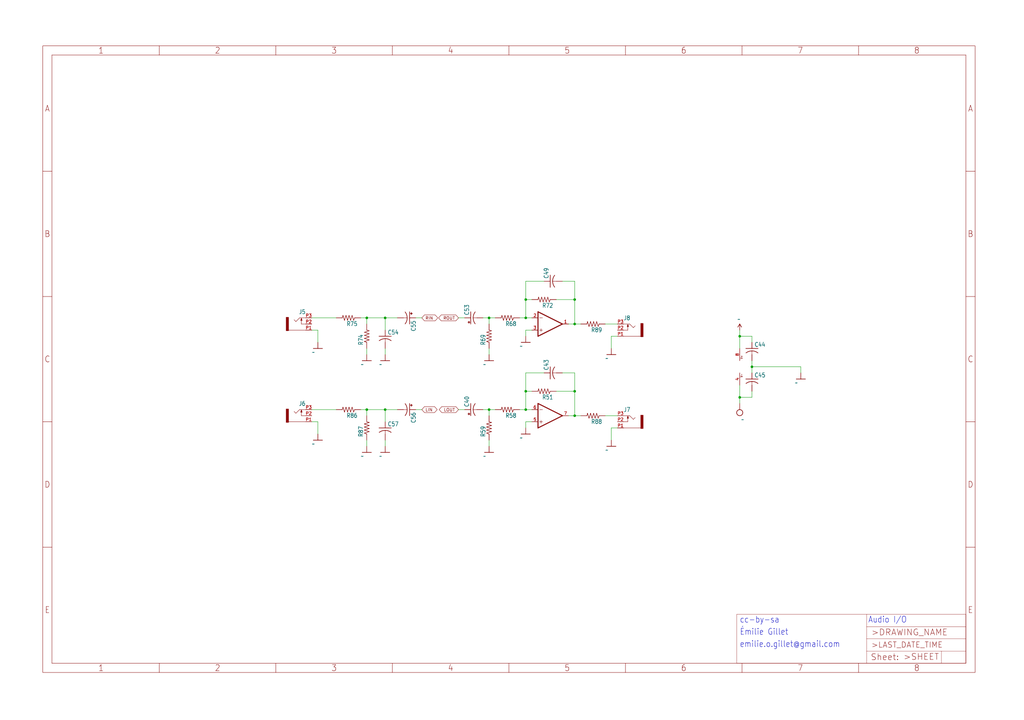
<source format=kicad_sch>
(kicad_sch (version 20211123) (generator eeschema)
  (paper "User" 425.45 299.161)
  (lib_symbols
    (symbol "elements_v02-eagle-import:A3L-LOC"
      (symbol "A3L-LOC_0_0"
        (polyline (pts (xy 0 52.07) (xy 3.81 52.07)))
        (polyline (pts (xy 0 104.14) (xy 3.81 104.14)))
        (polyline (pts (xy 0 156.21) (xy 3.81 156.21)))
        (polyline (pts (xy 0 208.28) (xy 3.81 208.28)))
        (polyline (pts (xy 3.81 3.81) (xy 3.81 256.54)))
        (polyline (pts (xy 48.4188 0) (xy 48.4188 3.81)))
        (polyline (pts (xy 48.4188 256.54) (xy 48.4188 260.35)))
        (polyline (pts (xy 96.8375 0) (xy 96.8375 3.81)))
        (polyline (pts (xy 96.8375 256.54) (xy 96.8375 260.35)))
        (polyline (pts (xy 145.2563 0) (xy 145.2563 3.81)))
        (polyline (pts (xy 145.2563 256.54) (xy 145.2563 260.35)))
        (polyline (pts (xy 193.675 0) (xy 193.675 3.81)))
        (polyline (pts (xy 193.675 256.54) (xy 193.675 260.35)))
        (polyline (pts (xy 242.0938 0) (xy 242.0938 3.81)))
        (polyline (pts (xy 242.0938 256.54) (xy 242.0938 260.35)))
        (polyline (pts (xy 290.5125 0) (xy 290.5125 3.81)))
        (polyline (pts (xy 290.5125 256.54) (xy 290.5125 260.35)))
        (polyline (pts (xy 338.9313 0) (xy 338.9313 3.81)))
        (polyline (pts (xy 338.9313 256.54) (xy 338.9313 260.35)))
        (polyline (pts (xy 383.54 3.81) (xy 3.81 3.81)))
        (polyline (pts (xy 383.54 3.81) (xy 383.54 256.54)))
        (polyline (pts (xy 383.54 52.07) (xy 387.35 52.07)))
        (polyline (pts (xy 383.54 104.14) (xy 387.35 104.14)))
        (polyline (pts (xy 383.54 156.21) (xy 387.35 156.21)))
        (polyline (pts (xy 383.54 208.28) (xy 387.35 208.28)))
        (polyline (pts (xy 383.54 256.54) (xy 3.81 256.54)))
        (polyline (pts (xy 0 0) (xy 387.35 0) (xy 387.35 260.35) (xy 0 260.35) (xy 0 0)))
        (text "1" (at 24.2094 1.905 0) (effects (font (size 2.54 2.286))))
        (text "1" (at 24.2094 258.445 0) (effects (font (size 2.54 2.286))))
        (text "2" (at 72.6281 1.905 0) (effects (font (size 2.54 2.286))))
        (text "2" (at 72.6281 258.445 0) (effects (font (size 2.54 2.286))))
        (text "3" (at 121.0469 1.905 0) (effects (font (size 2.54 2.286))))
        (text "3" (at 121.0469 258.445 0) (effects (font (size 2.54 2.286))))
        (text "4" (at 169.4656 1.905 0) (effects (font (size 2.54 2.286))))
        (text "4" (at 169.4656 258.445 0) (effects (font (size 2.54 2.286))))
        (text "5" (at 217.8844 1.905 0) (effects (font (size 2.54 2.286))))
        (text "5" (at 217.8844 258.445 0) (effects (font (size 2.54 2.286))))
        (text "6" (at 266.3031 1.905 0) (effects (font (size 2.54 2.286))))
        (text "6" (at 266.3031 258.445 0) (effects (font (size 2.54 2.286))))
        (text "7" (at 314.7219 1.905 0) (effects (font (size 2.54 2.286))))
        (text "7" (at 314.7219 258.445 0) (effects (font (size 2.54 2.286))))
        (text "8" (at 363.1406 1.905 0) (effects (font (size 2.54 2.286))))
        (text "8" (at 363.1406 258.445 0) (effects (font (size 2.54 2.286))))
        (text "A" (at 1.905 234.315 0) (effects (font (size 2.54 2.286))))
        (text "A" (at 385.445 234.315 0) (effects (font (size 2.54 2.286))))
        (text "B" (at 1.905 182.245 0) (effects (font (size 2.54 2.286))))
        (text "B" (at 385.445 182.245 0) (effects (font (size 2.54 2.286))))
        (text "C" (at 1.905 130.175 0) (effects (font (size 2.54 2.286))))
        (text "C" (at 385.445 130.175 0) (effects (font (size 2.54 2.286))))
        (text "D" (at 1.905 78.105 0) (effects (font (size 2.54 2.286))))
        (text "D" (at 385.445 78.105 0) (effects (font (size 2.54 2.286))))
        (text "E" (at 1.905 26.035 0) (effects (font (size 2.54 2.286))))
        (text "E" (at 385.445 26.035 0) (effects (font (size 2.54 2.286))))
      )
      (symbol "A3L-LOC_1_0"
        (polyline (pts (xy 288.29 3.81) (xy 288.29 24.13)) (stroke (width 0.1016)))
        (polyline (pts (xy 288.29 3.81) (xy 342.265 3.81)) (stroke (width 0.1016)))
        (polyline (pts (xy 288.29 24.13) (xy 342.265 24.13)) (stroke (width 0.1016)))
        (polyline (pts (xy 342.265 3.81) (xy 373.38 3.81)) (stroke (width 0.1016)))
        (polyline (pts (xy 342.265 8.89) (xy 342.265 3.81)) (stroke (width 0.1016)))
        (polyline (pts (xy 342.265 8.89) (xy 342.265 13.97)) (stroke (width 0.1016)))
        (polyline (pts (xy 342.265 13.97) (xy 342.265 19.05)) (stroke (width 0.1016)))
        (polyline (pts (xy 342.265 13.97) (xy 383.54 13.97)) (stroke (width 0.1016)))
        (polyline (pts (xy 342.265 19.05) (xy 342.265 24.13)) (stroke (width 0.1016)))
        (polyline (pts (xy 342.265 19.05) (xy 383.54 19.05)) (stroke (width 0.1016)))
        (polyline (pts (xy 342.265 24.13) (xy 383.54 24.13)) (stroke (width 0.1016)))
        (polyline (pts (xy 373.38 3.81) (xy 373.38 8.89)) (stroke (width 0.1016)))
        (polyline (pts (xy 373.38 3.81) (xy 383.54 3.81)) (stroke (width 0.1016)))
        (polyline (pts (xy 373.38 8.89) (xy 342.265 8.89)) (stroke (width 0.1016)))
        (polyline (pts (xy 373.38 8.89) (xy 383.54 8.89)) (stroke (width 0.1016)))
        (polyline (pts (xy 383.54 3.81) (xy 383.54 8.89)) (stroke (width 0.1016)))
        (polyline (pts (xy 383.54 8.89) (xy 383.54 13.97)) (stroke (width 0.1016)))
        (polyline (pts (xy 383.54 13.97) (xy 383.54 19.05)) (stroke (width 0.1016)))
        (polyline (pts (xy 383.54 19.05) (xy 383.54 24.13)) (stroke (width 0.1016)))
        (text ">DRAWING_NAME" (at 344.17 15.24 0) (effects (font (size 2.54 2.54)) (justify left bottom)))
        (text ">LAST_DATE_TIME" (at 344.17 10.16 0) (effects (font (size 2.286 2.286)) (justify left bottom)))
        (text ">SHEET" (at 357.505 5.08 0) (effects (font (size 2.54 2.54)) (justify left bottom)))
        (text "Sheet:" (at 343.916 4.953 0) (effects (font (size 2.54 2.54)) (justify left bottom)))
      )
    )
    (symbol "elements_v02-eagle-import:C-USC0603"
      (property "Reference" "C" (at 1.016 0.635 0))
      (property "Value" "C-USC0603" (at 1.016 -4.191 0))
      (symbol "C-USC0603_1_0"
        (arc (start 0 -1.0161) (mid -1.302 -1.2303) (end -2.4668 -1.8504) (stroke (width 0.254)))
        (polyline (pts (xy -2.54 0) (xy 2.54 0)) (stroke (width 0.254)))
        (polyline (pts (xy 0 -1.016) (xy 0 -2.54)) (stroke (width 0.1524)))
        (arc (start 2.4892 -1.8542) (mid 1.3158 -1.2195) (end 0 -1) (stroke (width 0.254)))
        (pin passive line (at 0 2.54 270) (length 2.54) (name "1") (number "1"))
        (pin passive line (at 0 -5.08 90) (length 2.54) (name "2") (number "2"))
      )
    )
    (symbol "elements_v02-eagle-import:CPOL-USB"
      (property "Reference" "C" (at 1.016 0.635 0))
      (property "Value" "CPOL-USB" (at 1.016 -4.191 0))
      (symbol "CPOL-USB_1_0"
        (rectangle (start -2.253 0.668) (end -1.364 0.795) (fill (type outline)))
        (rectangle (start -1.872 0.287) (end -1.745 1.176) (fill (type outline)))
        (arc (start 0 -1.0161) (mid -1.3021 -1.2302) (end -2.4669 -1.8504) (stroke (width 0.254)))
        (polyline (pts (xy -2.54 0) (xy 2.54 0)) (stroke (width 0.254)))
        (polyline (pts (xy 0 -1.016) (xy 0 -2.54)) (stroke (width 0.1524)))
        (arc (start 2.4892 -1.8542) (mid 1.3158 -1.2195) (end 0 -1) (stroke (width 0.254)))
        (pin passive line (at 0 2.54 270) (length 2.54) (name "+") (number "+"))
        (pin passive line (at 0 -5.08 90) (length 2.54) (name "-") (number "-"))
      )
    )
    (symbol "elements_v02-eagle-import:GND" (power)
      (property "Value" "GND" (at -2.54 -2.54 0))
      (symbol "GND_1_0"
        (polyline (pts (xy -1.905 0) (xy 1.905 0)) (stroke (width 0.254)))
        (pin power_in line (at 0 2.54 270) (length 2.54) (name "GND") (number "1"))
      )
    )
    (symbol "elements_v02-eagle-import:PJ301_THONKICONN6"
      (property "Reference" "J" (at -2.54 4.064 0))
      (symbol "PJ301_THONKICONN6_1_0"
        (polyline (pts (xy -2.54 -2.54) (xy 4.572 -2.54)) (stroke (width 0.1524)))
        (polyline (pts (xy -2.54 0) (xy -0.762 0)) (stroke (width 0.1524)))
        (polyline (pts (xy -2.54 2.54) (xy 0 2.54)) (stroke (width 0.1524)))
        (polyline (pts (xy -1.016 1.524) (xy -0.508 1.524)) (stroke (width 0.254)))
        (polyline (pts (xy -0.762 0) (xy -0.762 2.286)) (stroke (width 0.1524)))
        (polyline (pts (xy -0.762 2.286) (xy -1.016 1.524)) (stroke (width 0.254)))
        (polyline (pts (xy -0.508 1.524) (xy -0.762 2.286)) (stroke (width 0.254)))
        (polyline (pts (xy 0 2.54) (xy 1.524 1.016)) (stroke (width 0.1524)))
        (polyline (pts (xy 1.524 1.016) (xy 2.286 1.778)) (stroke (width 0.1524)))
        (rectangle (start 4.572 2.794) (end 5.588 -2.794) (fill (type outline)))
        (pin passive line (at -5.08 -2.54 0) (length 2.54) (name "1") (number "P1"))
        (pin passive line (at -5.08 0 0) (length 2.54) (name "2") (number "P2"))
        (pin passive line (at -5.08 2.54 0) (length 2.54) (name "3") (number "P3"))
      )
    )
    (symbol "elements_v02-eagle-import:R-US_R0603"
      (property "Reference" "R" (at -3.81 1.4986 0))
      (property "Value" "R-US_R0603" (at -3.81 -3.302 0))
      (symbol "R-US_R0603_1_0"
        (polyline (pts (xy -2.54 0) (xy -2.159 1.016)) (stroke (width 0.2032)))
        (polyline (pts (xy -2.159 1.016) (xy -1.524 -1.016)) (stroke (width 0.2032)))
        (polyline (pts (xy -1.524 -1.016) (xy -0.889 1.016)) (stroke (width 0.2032)))
        (polyline (pts (xy -0.889 1.016) (xy -0.254 -1.016)) (stroke (width 0.2032)))
        (polyline (pts (xy -0.254 -1.016) (xy 0.381 1.016)) (stroke (width 0.2032)))
        (polyline (pts (xy 0.381 1.016) (xy 1.016 -1.016)) (stroke (width 0.2032)))
        (polyline (pts (xy 1.016 -1.016) (xy 1.651 1.016)) (stroke (width 0.2032)))
        (polyline (pts (xy 1.651 1.016) (xy 2.286 -1.016)) (stroke (width 0.2032)))
        (polyline (pts (xy 2.286 -1.016) (xy 2.54 0)) (stroke (width 0.2032)))
        (pin passive line (at -5.08 0 0) (length 2.54) (name "1") (number "1"))
        (pin passive line (at 5.08 0 180) (length 2.54) (name "2") (number "2"))
      )
    )
    (symbol "elements_v02-eagle-import:TL072D"
      (symbol "TL072D_1_0"
        (polyline (pts (xy -5.08 -5.08) (xy 5.08 0)) (stroke (width 0.4064)))
        (polyline (pts (xy -5.08 5.08) (xy -5.08 -5.08)) (stroke (width 0.4064)))
        (polyline (pts (xy -4.445 -2.54) (xy -3.175 -2.54)) (stroke (width 0.1524)))
        (polyline (pts (xy -4.445 2.54) (xy -3.175 2.54)) (stroke (width 0.1524)))
        (polyline (pts (xy -3.81 3.175) (xy -3.81 1.905)) (stroke (width 0.1524)))
        (polyline (pts (xy 5.08 0) (xy -5.08 5.08)) (stroke (width 0.4064)))
        (pin output line (at 7.62 0 180) (length 2.54) (name "OUT") (number "1"))
        (pin input line (at -7.62 -2.54 0) (length 2.54) (name "-IN") (number "2"))
        (pin input line (at -7.62 2.54 0) (length 2.54) (name "+IN") (number "3"))
      )
      (symbol "TL072D_2_0"
        (polyline (pts (xy -5.08 -5.08) (xy 5.08 0)) (stroke (width 0.4064)))
        (polyline (pts (xy -5.08 5.08) (xy -5.08 -5.08)) (stroke (width 0.4064)))
        (polyline (pts (xy -4.445 -2.54) (xy -3.175 -2.54)) (stroke (width 0.1524)))
        (polyline (pts (xy -4.445 2.54) (xy -3.175 2.54)) (stroke (width 0.1524)))
        (polyline (pts (xy -3.81 3.175) (xy -3.81 1.905)) (stroke (width 0.1524)))
        (polyline (pts (xy 5.08 0) (xy -5.08 5.08)) (stroke (width 0.4064)))
        (pin input line (at -7.62 2.54 0) (length 2.54) (name "+IN") (number "5"))
        (pin input line (at -7.62 -2.54 0) (length 2.54) (name "-IN") (number "6"))
        (pin output line (at 7.62 0 180) (length 2.54) (name "OUT") (number "7"))
      )
      (symbol "TL072D_3_0"
        (text "V+" (at 1.27 3.175 900) (effects (font (size 0.8128 0.6908)) (justify left bottom)))
        (text "V-" (at 1.27 -4.445 900) (effects (font (size 0.8128 0.6908)) (justify left bottom)))
        (pin power_in line (at 0 -7.62 90) (length 5.08) (name "V-") (number "4"))
        (pin power_in line (at 0 7.62 270) (length 5.08) (name "V+") (number "8"))
      )
    )
    (symbol "elements_v02-eagle-import:VCC" (power)
      (property "Value" "VCC" (at -1.016 3.556 0))
      (symbol "VCC_1_0"
        (polyline (pts (xy 0 2.54) (xy -0.762 1.27)) (stroke (width 0.254)))
        (polyline (pts (xy 0.762 1.27) (xy 0 2.54)) (stroke (width 0.254)))
        (pin power_in line (at 0 0 90) (length 2.54) (name "VCC") (number "1"))
      )
    )
    (symbol "elements_v02-eagle-import:VEE" (power)
      (property "Value" "VEE" (at -1.905 3.175 0))
      (symbol "VEE_1_0"
        (circle (center 0 1.27) (radius 1.27) (stroke (width 0.254)))
        (pin power_in line (at 0 -2.54 90) (length 2.54) (name "VEE") (number "1"))
      )
    )
  )
  (junction (at 218.44 170.18))
  (junction (at 307.34 139.7))
  (junction (at 203.2 132.08))
  (junction (at 218.44 162.56))
  (junction (at 238.76 172.72))
  (junction (at 160.02 170.18))
  (junction (at 218.44 124.46))
  (junction (at 152.4 132.08))
  (junction (at 238.76 162.56))
  (junction (at 238.76 124.46))
  (junction (at 312.42 152.4))
  (junction (at 238.76 134.62))
  (junction (at 203.2 170.18))
  (junction (at 160.02 132.08))
  (junction (at 307.34 165.1))
  (junction (at 152.4 170.18))
  (junction (at 218.44 132.08))
  (wire (pts (xy 218.44 170.18) (xy 220.98 170.18)))
  (wire (pts (xy 160.02 132.08) (xy 165.1 132.08)))
  (wire (pts (xy 307.34 139.7) (xy 312.42 139.7)))
  (wire (pts (xy 215.9 132.08) (xy 218.44 132.08)))
  (wire (pts (xy 203.2 182.88) (xy 203.2 185.42)))
  (wire (pts (xy 203.2 170.18) (xy 203.2 172.72)))
  (wire (pts (xy 218.44 162.56) (xy 220.98 162.56)))
  (wire (pts (xy 132.08 175.26) (xy 132.08 180.34)))
  (wire (pts (xy 238.76 154.94) (xy 238.76 162.56)))
  (wire (pts (xy 218.44 162.56) (xy 218.44 154.94)))
  (wire (pts (xy 152.4 182.88) (xy 152.4 185.42)))
  (wire (pts (xy 160.02 144.78) (xy 160.02 147.32)))
  (wire (pts (xy 238.76 162.56) (xy 238.76 172.72)))
  (wire (pts (xy 129.54 170.18) (xy 139.7 170.18)))
  (wire (pts (xy 149.86 170.18) (xy 152.4 170.18)))
  (wire (pts (xy 132.08 137.16) (xy 132.08 142.24)))
  (wire (pts (xy 312.42 165.1) (xy 312.42 162.56)))
  (wire (pts (xy 307.34 144.78) (xy 307.34 139.7)))
  (wire (pts (xy 160.02 170.18) (xy 160.02 175.26)))
  (wire (pts (xy 238.76 124.46) (xy 238.76 134.62)))
  (wire (pts (xy 256.54 177.8) (xy 254 177.8)))
  (wire (pts (xy 332.74 152.4) (xy 332.74 154.94)))
  (wire (pts (xy 238.76 172.72) (xy 236.22 172.72)))
  (wire (pts (xy 218.44 170.18) (xy 218.44 162.56)))
  (wire (pts (xy 152.4 170.18) (xy 152.4 172.72)))
  (wire (pts (xy 218.44 154.94) (xy 226.06 154.94)))
  (wire (pts (xy 254 177.8) (xy 254 182.88)))
  (wire (pts (xy 152.4 132.08) (xy 152.4 134.62)))
  (wire (pts (xy 312.42 152.4) (xy 312.42 154.94)))
  (wire (pts (xy 129.54 175.26) (xy 132.08 175.26)))
  (wire (pts (xy 238.76 172.72) (xy 241.3 172.72)))
  (wire (pts (xy 129.54 132.08) (xy 139.7 132.08)))
  (wire (pts (xy 254 139.7) (xy 254 144.78)))
  (wire (pts (xy 218.44 116.84) (xy 226.06 116.84)))
  (wire (pts (xy 172.72 132.08) (xy 175.26 132.08)))
  (wire (pts (xy 152.4 144.78) (xy 152.4 147.32)))
  (wire (pts (xy 160.02 182.88) (xy 160.02 185.42)))
  (wire (pts (xy 172.72 170.18) (xy 175.26 170.18)))
  (wire (pts (xy 218.44 132.08) (xy 220.98 132.08)))
  (wire (pts (xy 193.04 132.08) (xy 190.5 132.08)))
  (wire (pts (xy 251.46 134.62) (xy 256.54 134.62)))
  (wire (pts (xy 238.76 134.62) (xy 241.3 134.62)))
  (wire (pts (xy 312.42 152.4) (xy 332.74 152.4)))
  (wire (pts (xy 231.14 124.46) (xy 238.76 124.46)))
  (wire (pts (xy 215.9 170.18) (xy 218.44 170.18)))
  (wire (pts (xy 307.34 139.7) (xy 307.34 137.16)))
  (wire (pts (xy 312.42 149.86) (xy 312.42 152.4)))
  (wire (pts (xy 193.04 170.18) (xy 190.5 170.18)))
  (wire (pts (xy 238.76 116.84) (xy 238.76 124.46)))
  (wire (pts (xy 231.14 162.56) (xy 238.76 162.56)))
  (wire (pts (xy 203.2 132.08) (xy 203.2 134.62)))
  (wire (pts (xy 233.68 154.94) (xy 238.76 154.94)))
  (wire (pts (xy 233.68 116.84) (xy 238.76 116.84)))
  (wire (pts (xy 218.44 175.26) (xy 218.44 177.8)))
  (wire (pts (xy 203.2 170.18) (xy 205.74 170.18)))
  (wire (pts (xy 218.44 137.16) (xy 218.44 139.7)))
  (wire (pts (xy 152.4 170.18) (xy 160.02 170.18)))
  (wire (pts (xy 129.54 137.16) (xy 132.08 137.16)))
  (wire (pts (xy 149.86 132.08) (xy 152.4 132.08)))
  (wire (pts (xy 256.54 139.7) (xy 254 139.7)))
  (wire (pts (xy 312.42 139.7) (xy 312.42 142.24)))
  (wire (pts (xy 238.76 134.62) (xy 236.22 134.62)))
  (wire (pts (xy 220.98 137.16) (xy 218.44 137.16)))
  (wire (pts (xy 307.34 165.1) (xy 307.34 167.64)))
  (wire (pts (xy 200.66 132.08) (xy 203.2 132.08)))
  (wire (pts (xy 218.44 124.46) (xy 218.44 116.84)))
  (wire (pts (xy 218.44 124.46) (xy 220.98 124.46)))
  (wire (pts (xy 160.02 132.08) (xy 160.02 137.16)))
  (wire (pts (xy 160.02 170.18) (xy 165.1 170.18)))
  (wire (pts (xy 203.2 132.08) (xy 205.74 132.08)))
  (wire (pts (xy 307.34 165.1) (xy 312.42 165.1)))
  (wire (pts (xy 203.2 144.78) (xy 203.2 147.32)))
  (wire (pts (xy 251.46 172.72) (xy 256.54 172.72)))
  (wire (pts (xy 200.66 170.18) (xy 203.2 170.18)))
  (wire (pts (xy 218.44 132.08) (xy 218.44 124.46)))
  (wire (pts (xy 307.34 160.02) (xy 307.34 165.1)))
  (wire (pts (xy 220.98 175.26) (xy 218.44 175.26)))
  (wire (pts (xy 152.4 132.08) (xy 160.02 132.08)))
  (text "cc-by-sa" (at 307.34 259.08 180) (effects (font (size 2.54 2.159)) (justify left bottom)))
  (text "Audio I/O" (at 360.68 259.08 180) (effects (font (size 2.54 2.159)) (justify left bottom)))
  (text "emilie.o.gillet@gmail.com" (at 307.34 269.24 180) (effects (font (size 2.54 2.159)) (justify left bottom)))
  (text "Émilie Gillet" (at 307.34 264.16 180) (effects (font (size 2.54 2.159)) (justify left bottom)))
  (global_label "ROUT" (shape bidirectional) (at 190.5 132.08 180) (effects (font (size 1.2446 1.2446))) (property "Intersheet References" "${INTERSHEET_REFS}" (effects hide)))
  (global_label "LOUT" (shape bidirectional) (at 190.5 170.18 180) (effects (font (size 1.2446 1.2446))) (property "Intersheet References" "${INTERSHEET_REFS}" (effects hide)))
  (global_label "RIN" (shape bidirectional) (at 175.26 132.08 0) (effects (font (size 1.2446 1.2446))) (property "Intersheet References" "${INTERSHEET_REFS}" (effects hide)))
  (global_label "LIN" (shape bidirectional) (at 175.26 170.18 0) (effects (font (size 1.2446 1.2446))) (property "Intersheet References" "${INTERSHEET_REFS}" (effects hide)))
  (symbol (lib_id "elements_v02-eagle-import:GND") (at 218.44 142.24 0) (unit 1)
    (property "Reference" "#GND38" (effects hide))
  )
  (symbol (lib_id "elements_v02-eagle-import:GND") (at 132.08 182.88 0) (unit 1)
    (property "Reference" "#GND27" (effects hide))
  )
  (symbol (lib_id "elements_v02-eagle-import:R-US_R0603") (at 144.78 132.08 180) (unit 1)
    (property "Reference" "R75" (at 148.59 133.5786 0) (effects (font (size 1.778 1.5113)) (justify left bottom)))
  )
  (symbol (lib_id "elements_v02-eagle-import:GND") (at 218.44 180.34 0) (unit 1)
    (property "Reference" "#GND32" (effects hide))
  )
  (symbol (lib_id "elements_v02-eagle-import:C-USC0603") (at 228.6 116.84 90) (unit 1)
    (property "Reference" "C49" (at 227.965 115.824 0) (effects (font (size 1.778 1.5113)) (justify left bottom)))
  )
  (symbol (lib_id "elements_v02-eagle-import:GND") (at 254 147.32 0) (unit 1)
    (property "Reference" "#GND39" (effects hide))
  )
  (symbol (lib_id "elements_v02-eagle-import:PJ301_THONKICONN6") (at 261.62 137.16 0) (unit 1)
    (property "Reference" "J8" (at 259.08 133.096 0) (effects (font (size 1.778 1.5113)) (justify left bottom)))
  )
  (symbol (lib_id "elements_v02-eagle-import:GND") (at 203.2 149.86 0) (unit 1)
    (property "Reference" "#GND37" (effects hide))
  )
  (symbol (lib_id "elements_v02-eagle-import:GND") (at 132.08 144.78 0) (unit 1)
    (property "Reference" "#GND22" (effects hide))
  )
  (symbol (lib_id "elements_v02-eagle-import:R-US_R0603") (at 203.2 177.8 90) (unit 1)
    (property "Reference" "R59" (at 201.7014 181.61 0) (effects (font (size 1.778 1.5113)) (justify left bottom)))
  )
  (symbol (lib_id "elements_v02-eagle-import:R-US_R0603") (at 246.38 134.62 180) (unit 1)
    (property "Reference" "R89" (at 250.19 136.1186 0) (effects (font (size 1.778 1.5113)) (justify left bottom)))
  )
  (symbol (lib_id "elements_v02-eagle-import:CPOL-USB") (at 170.18 132.08 270) (unit 1)
    (property "Reference" "C55" (at 170.815 133.096 0) (effects (font (size 1.778 1.5113)) (justify left bottom)))
  )
  (symbol (lib_id "elements_v02-eagle-import:C-USC0603") (at 160.02 177.8 0) (unit 1)
    (property "Reference" "C57" (at 161.036 177.165 0) (effects (font (size 1.778 1.5113)) (justify left bottom)))
  )
  (symbol (lib_id "elements_v02-eagle-import:GND") (at 332.74 157.48 0) (unit 1)
    (property "Reference" "#GND41" (effects hide))
  )
  (symbol (lib_id "elements_v02-eagle-import:R-US_R0603") (at 144.78 170.18 180) (unit 1)
    (property "Reference" "R86" (at 148.59 171.6786 0) (effects (font (size 1.778 1.5113)) (justify left bottom)))
  )
  (symbol (lib_id "elements_v02-eagle-import:CPOL-USB") (at 195.58 170.18 90) (unit 1)
    (property "Reference" "C40" (at 194.945 169.164 0) (effects (font (size 1.778 1.5113)) (justify left bottom)))
  )
  (symbol (lib_id "elements_v02-eagle-import:R-US_R0603") (at 210.82 132.08 180) (unit 1)
    (property "Reference" "R68" (at 214.63 133.5786 0) (effects (font (size 1.778 1.5113)) (justify left bottom)))
  )
  (symbol (lib_id "elements_v02-eagle-import:CPOL-USB") (at 170.18 170.18 270) (unit 1)
    (property "Reference" "C56" (at 170.815 171.196 0) (effects (font (size 1.778 1.5113)) (justify left bottom)))
  )
  (symbol (lib_id "elements_v02-eagle-import:GND") (at 152.4 149.86 0) (unit 1)
    (property "Reference" "#GND25" (effects hide))
  )
  (symbol (lib_id "elements_v02-eagle-import:VCC") (at 307.34 137.16 0) (unit 1)
    (property "Reference" "#P+1" (effects hide))
  )
  (symbol (lib_id "elements_v02-eagle-import:TL072D") (at 307.34 152.4 0) (unit 3)
    (property "Reference" "IC14" (effects hide))
  )
  (symbol (lib_id "elements_v02-eagle-import:R-US_R0603") (at 226.06 162.56 180) (unit 1)
    (property "Reference" "R51" (at 229.87 164.0586 0) (effects (font (size 1.778 1.5113)) (justify left bottom)))
  )
  (symbol (lib_id "elements_v02-eagle-import:GND") (at 203.2 187.96 0) (unit 1)
    (property "Reference" "#GND31" (effects hide))
  )
  (symbol (lib_id "elements_v02-eagle-import:R-US_R0603") (at 203.2 139.7 90) (unit 1)
    (property "Reference" "R69" (at 201.7014 143.51 0) (effects (font (size 1.778 1.5113)) (justify left bottom)))
  )
  (symbol (lib_id "elements_v02-eagle-import:R-US_R0603") (at 152.4 139.7 90) (unit 1)
    (property "Reference" "R74" (at 150.9014 143.51 0) (effects (font (size 1.778 1.5113)) (justify left bottom)))
  )
  (symbol (lib_id "elements_v02-eagle-import:TL072D") (at 228.6 172.72 0) (mirror x) (unit 2)
    (property "Reference" "IC14" (effects hide))
  )
  (symbol (lib_id "elements_v02-eagle-import:A3L-LOC") (at 17.78 279.4 0) (unit 1)
    (property "Reference" "#FRAME5" (effects hide))
  )
  (symbol (lib_id "elements_v02-eagle-import:R-US_R0603") (at 152.4 177.8 90) (unit 1)
    (property "Reference" "R87" (at 150.9014 181.61 0) (effects (font (size 1.778 1.5113)) (justify left bottom)))
  )
  (symbol (lib_id "elements_v02-eagle-import:TL072D") (at 228.6 134.62 0) (mirror x) (unit 1)
    (property "Reference" "IC14" (effects hide))
  )
  (symbol (lib_id "elements_v02-eagle-import:VEE") (at 307.34 170.18 180) (unit 1)
    (property "Reference" "#SUPPLY4" (effects hide))
  )
  (symbol (lib_id "elements_v02-eagle-import:C-USC0603") (at 312.42 144.78 0) (unit 1)
    (property "Reference" "C44" (at 313.436 144.145 0) (effects (font (size 1.778 1.5113)) (justify left bottom)))
  )
  (symbol (lib_id "elements_v02-eagle-import:R-US_R0603") (at 226.06 124.46 180) (unit 1)
    (property "Reference" "R72" (at 229.87 125.9586 0) (effects (font (size 1.778 1.5113)) (justify left bottom)))
  )
  (symbol (lib_id "elements_v02-eagle-import:CPOL-USB") (at 195.58 132.08 90) (unit 1)
    (property "Reference" "C53" (at 194.945 131.064 0) (effects (font (size 1.778 1.5113)) (justify left bottom)))
  )
  (symbol (lib_id "elements_v02-eagle-import:C-USC0603") (at 160.02 139.7 0) (unit 1)
    (property "Reference" "C54" (at 161.036 139.065 0) (effects (font (size 1.778 1.5113)) (justify left bottom)))
  )
  (symbol (lib_id "elements_v02-eagle-import:GND") (at 160.02 187.96 0) (unit 1)
    (property "Reference" "#GND30" (effects hide))
  )
  (symbol (lib_id "elements_v02-eagle-import:C-USC0603") (at 228.6 154.94 90) (unit 1)
    (property "Reference" "C43" (at 227.965 153.924 0) (effects (font (size 1.778 1.5113)) (justify left bottom)))
  )
  (symbol (lib_id "elements_v02-eagle-import:GND") (at 254 185.42 0) (unit 1)
    (property "Reference" "#GND33" (effects hide))
  )
  (symbol (lib_id "elements_v02-eagle-import:PJ301_THONKICONN6") (at 261.62 175.26 0) (unit 1)
    (property "Reference" "J7" (at 259.08 171.196 0) (effects (font (size 1.778 1.5113)) (justify left bottom)))
  )
  (symbol (lib_id "elements_v02-eagle-import:PJ301_THONKICONN6") (at 124.46 172.72 0) (mirror y) (unit 1)
    (property "Reference" "J6" (at 127 168.656 0) (effects (font (size 1.778 1.5113)) (justify left bottom)))
  )
  (symbol (lib_id "elements_v02-eagle-import:GND") (at 160.02 149.86 0) (unit 1)
    (property "Reference" "#GND26" (effects hide))
  )
  (symbol (lib_id "elements_v02-eagle-import:PJ301_THONKICONN6") (at 124.46 134.62 0) (mirror y) (unit 1)
    (property "Reference" "J5" (at 127 130.556 0) (effects (font (size 1.778 1.5113)) (justify left bottom)))
  )
  (symbol (lib_id "elements_v02-eagle-import:C-USC0603") (at 312.42 157.48 0) (unit 1)
    (property "Reference" "C45" (at 313.436 156.845 0) (effects (font (size 1.778 1.5113)) (justify left bottom)))
  )
  (symbol (lib_id "elements_v02-eagle-import:R-US_R0603") (at 210.82 170.18 180) (unit 1)
    (property "Reference" "R58" (at 214.63 171.6786 0) (effects (font (size 1.778 1.5113)) (justify left bottom)))
  )
  (symbol (lib_id "elements_v02-eagle-import:GND") (at 152.4 187.96 0) (unit 1)
    (property "Reference" "#GND29" (effects hide))
  )
  (symbol (lib_id "elements_v02-eagle-import:R-US_R0603") (at 246.38 172.72 180) (unit 1)
    (property "Reference" "R88" (at 250.19 174.2186 0) (effects (font (size 1.778 1.5113)) (justify left bottom)))
  )
)
</source>
